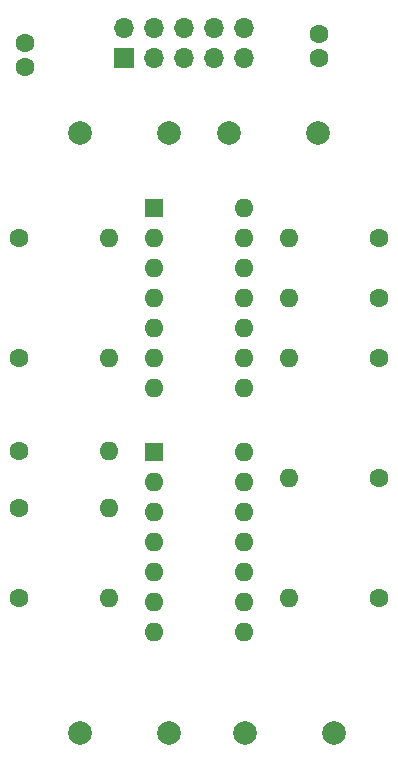
<source format=gbr>
%TF.GenerationSoftware,KiCad,Pcbnew,(5.1.8)-1*%
%TF.CreationDate,2020-11-09T21:18:24-08:00*%
%TF.ProjectId,BufferedMult,42756666-6572-4656-944d-756c742e6b69,rev?*%
%TF.SameCoordinates,Original*%
%TF.FileFunction,Copper,L2,Bot*%
%TF.FilePolarity,Positive*%
%FSLAX46Y46*%
G04 Gerber Fmt 4.6, Leading zero omitted, Abs format (unit mm)*
G04 Created by KiCad (PCBNEW (5.1.8)-1) date 2020-11-09 21:18:24*
%MOMM*%
%LPD*%
G01*
G04 APERTURE LIST*
%TA.AperFunction,ComponentPad*%
%ADD10O,1.600000X1.600000*%
%TD*%
%TA.AperFunction,ComponentPad*%
%ADD11R,1.600000X1.600000*%
%TD*%
%TA.AperFunction,ComponentPad*%
%ADD12C,1.600000*%
%TD*%
%TA.AperFunction,ComponentPad*%
%ADD13O,1.700000X1.700000*%
%TD*%
%TA.AperFunction,ComponentPad*%
%ADD14R,1.700000X1.700000*%
%TD*%
%TA.AperFunction,ComponentPad*%
%ADD15C,2.000000*%
%TD*%
G04 APERTURE END LIST*
D10*
%TO.P,U2,14*%
%TO.N,Net-(R10-Pad2)*%
X125730000Y-46990000D03*
%TO.P,U2,7*%
%TO.N,Net-(R8-Pad2)*%
X118110000Y-62230000D03*
%TO.P,U2,13*%
%TO.N,Net-(R10-Pad2)*%
X125730000Y-49530000D03*
%TO.P,U2,6*%
%TO.N,Net-(R8-Pad2)*%
X118110000Y-59690000D03*
%TO.P,U2,12*%
%TO.N,Net-(J7-PadT)*%
X125730000Y-52070000D03*
%TO.P,U2,5*%
X118110000Y-57150000D03*
%TO.P,U2,11*%
%TO.N,-12V*%
X125730000Y-54610000D03*
%TO.P,U2,4*%
%TO.N,+12V*%
X118110000Y-54610000D03*
%TO.P,U2,10*%
%TO.N,Net-(J7-PadT)*%
X125730000Y-57150000D03*
%TO.P,U2,3*%
X118110000Y-52070000D03*
%TO.P,U2,9*%
%TO.N,Net-(R9-Pad2)*%
X125730000Y-59690000D03*
%TO.P,U2,2*%
%TO.N,Net-(R7-Pad2)*%
X118110000Y-49530000D03*
%TO.P,U2,8*%
%TO.N,Net-(R9-Pad2)*%
X125730000Y-62230000D03*
D11*
%TO.P,U2,1*%
%TO.N,Net-(R7-Pad2)*%
X118110000Y-46990000D03*
%TD*%
D10*
%TO.P,R10,2*%
%TO.N,Net-(R10-Pad2)*%
X129540000Y-49530000D03*
D12*
%TO.P,R10,1*%
%TO.N,Net-(J11-PadT)*%
X137160000Y-49530000D03*
%TD*%
D10*
%TO.P,U1,14*%
%TO.N,Net-(R5-Pad2)*%
X125730000Y-67670000D03*
%TO.P,U1,7*%
%TO.N,Net-(R3-Pad2)*%
X118110000Y-82910000D03*
%TO.P,U1,13*%
%TO.N,Net-(R5-Pad2)*%
X125730000Y-70210000D03*
%TO.P,U1,6*%
%TO.N,Net-(R3-Pad2)*%
X118110000Y-80370000D03*
%TO.P,U1,12*%
%TO.N,Net-(J1-PadT)*%
X125730000Y-72750000D03*
%TO.P,U1,5*%
X118110000Y-77830000D03*
%TO.P,U1,11*%
%TO.N,-12V*%
X125730000Y-75290000D03*
%TO.P,U1,4*%
%TO.N,+12V*%
X118110000Y-75290000D03*
%TO.P,U1,10*%
%TO.N,Net-(J1-PadT)*%
X125730000Y-77830000D03*
%TO.P,U1,3*%
X118110000Y-72750000D03*
%TO.P,U1,9*%
%TO.N,Net-(R4-Pad2)*%
X125730000Y-80370000D03*
%TO.P,U1,2*%
%TO.N,Net-(R2-Pad2)*%
X118110000Y-70210000D03*
%TO.P,U1,8*%
%TO.N,Net-(R4-Pad2)*%
X125730000Y-82910000D03*
D11*
%TO.P,U1,1*%
%TO.N,Net-(R2-Pad2)*%
X118110000Y-67670000D03*
%TD*%
D10*
%TO.P,R9,2*%
%TO.N,Net-(R9-Pad2)*%
X129540000Y-59690000D03*
D12*
%TO.P,R9,1*%
%TO.N,Net-(J10-PadT)*%
X137160000Y-59690000D03*
%TD*%
D10*
%TO.P,R8,2*%
%TO.N,Net-(R8-Pad2)*%
X114300000Y-59690000D03*
D12*
%TO.P,R8,1*%
%TO.N,Net-(J9-PadT)*%
X106680000Y-59690000D03*
%TD*%
D10*
%TO.P,R7,2*%
%TO.N,Net-(R7-Pad2)*%
X114300000Y-49530000D03*
D12*
%TO.P,R7,1*%
%TO.N,Net-(J8-PadT)*%
X106680000Y-49530000D03*
%TD*%
D10*
%TO.P,R6,2*%
%TO.N,Net-(J7-PadT)*%
X129540000Y-54610000D03*
D12*
%TO.P,R6,1*%
%TO.N,GND*%
X137160000Y-54610000D03*
%TD*%
D10*
%TO.P,R5,2*%
%TO.N,Net-(R5-Pad2)*%
X129540000Y-69850000D03*
D12*
%TO.P,R5,1*%
%TO.N,Net-(J6-PadT)*%
X137160000Y-69850000D03*
%TD*%
D10*
%TO.P,R4,2*%
%TO.N,Net-(R4-Pad2)*%
X129540000Y-80010000D03*
D12*
%TO.P,R4,1*%
%TO.N,Net-(J5-PadT)*%
X137160000Y-80010000D03*
%TD*%
D10*
%TO.P,R3,2*%
%TO.N,Net-(R3-Pad2)*%
X114300000Y-80010000D03*
D12*
%TO.P,R3,1*%
%TO.N,Net-(J4-PadT)*%
X106680000Y-80010000D03*
%TD*%
D10*
%TO.P,R2,2*%
%TO.N,Net-(R2-Pad2)*%
X114300000Y-67570000D03*
D12*
%TO.P,R2,1*%
%TO.N,Net-(J3-PadT)*%
X106680000Y-67570000D03*
%TD*%
D10*
%TO.P,R1,2*%
%TO.N,Net-(J1-PadT)*%
X114300000Y-72390000D03*
D12*
%TO.P,R1,1*%
%TO.N,GND*%
X106680000Y-72390000D03*
%TD*%
D13*
%TO.P,J2,10*%
%TO.N,-12V*%
X125730000Y-31750000D03*
%TO.P,J2,9*%
X125730000Y-34290000D03*
%TO.P,J2,8*%
%TO.N,GND*%
X123190000Y-31750000D03*
%TO.P,J2,7*%
X123190000Y-34290000D03*
%TO.P,J2,6*%
X120650000Y-31750000D03*
%TO.P,J2,5*%
X120650000Y-34290000D03*
%TO.P,J2,4*%
X118110000Y-31750000D03*
%TO.P,J2,3*%
X118110000Y-34290000D03*
%TO.P,J2,2*%
%TO.N,+12V*%
X115570000Y-31750000D03*
D14*
%TO.P,J2,1*%
X115570000Y-34290000D03*
%TD*%
D15*
%TO.P,C6,2*%
%TO.N,GND*%
X111880000Y-40640000D03*
%TO.P,C6,1*%
%TO.N,-12V*%
X119380000Y-40640000D03*
%TD*%
%TO.P,C5,2*%
%TO.N,GND*%
X125850000Y-91440000D03*
%TO.P,C5,1*%
%TO.N,+12V*%
X133350000Y-91440000D03*
%TD*%
%TO.P,C4,2*%
%TO.N,GND*%
X131960000Y-40640000D03*
%TO.P,C4,1*%
%TO.N,-12V*%
X124460000Y-40640000D03*
%TD*%
%TO.P,C3,2*%
%TO.N,GND*%
X111880000Y-91440000D03*
%TO.P,C3,1*%
%TO.N,+12V*%
X119380000Y-91440000D03*
%TD*%
D12*
%TO.P,C2,2*%
%TO.N,-12V*%
X132080000Y-32290000D03*
%TO.P,C2,1*%
%TO.N,GND*%
X132080000Y-34290000D03*
%TD*%
%TO.P,C1,2*%
%TO.N,GND*%
X107220000Y-35020000D03*
%TO.P,C1,1*%
%TO.N,+12V*%
X107220000Y-33020000D03*
%TD*%
M02*

</source>
